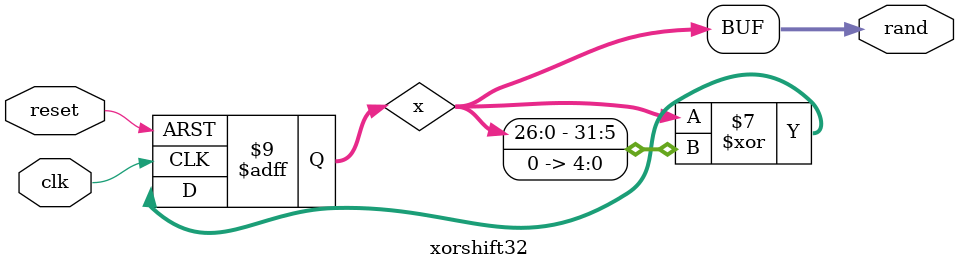
<source format=v>
module xorshift32 (
    input  wire        clk,
    input  wire        reset,
    output reg  [31:0] rand
);
    reg [31:0] x;

    always @(posedge clk or posedge reset) begin     
        if (reset)
            x <= 32'h1a2b3c4d;                   
        else begin
            x <=  x ^ (x << 13);
            x <=  x ^ (x >> 17);
            x <=  x ^ (x <<  5);
        end
    end

    always @* rand = x;   
endmodule
</source>
